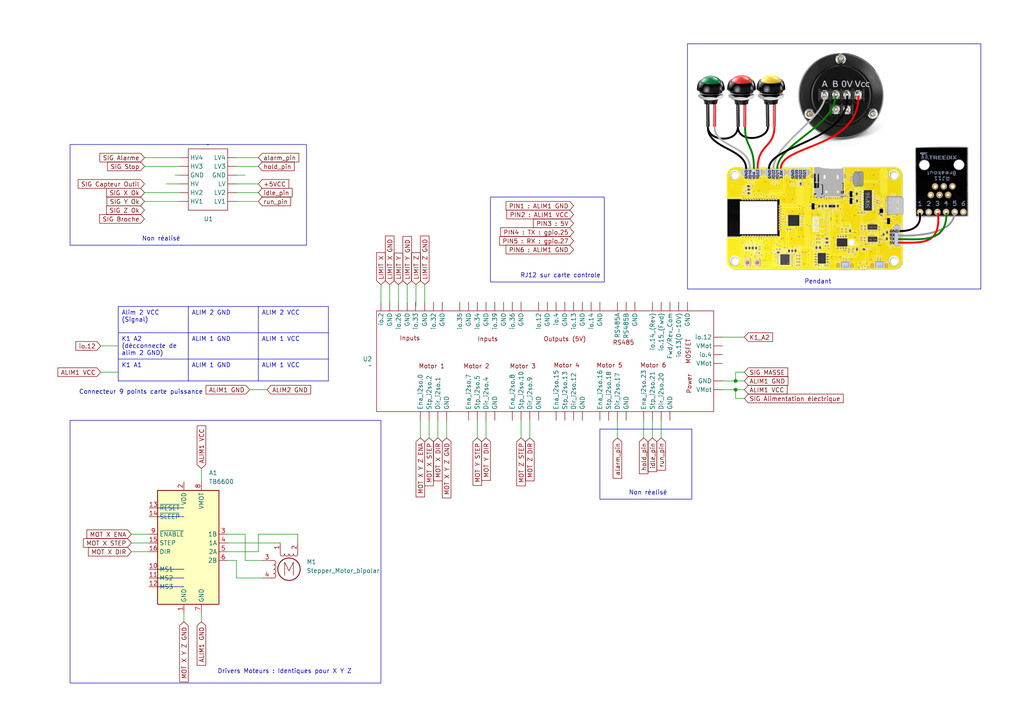
<source format=kicad_sch>
(kicad_sch (version 20250114) (generator "eeschema") (generator_version "9.0")
  (paper "A4")
  (lib_symbols
    (symbol "Driver_Motor:Pololu_Breakout_A4988"
      (property "Reference" "A" (at -2.54 19.05 0))
      (property "Value" "Pololu_Breakout_A4988" (at -2.54 16.51 0))
      (symbol "Pololu_Breakout_A4988_0_1"
        (rectangle (start 10.16 -17.78) (end -7.62 15.24) (stroke (width 0.254)) (fill (type background)))
      )
      (symbol "Pololu_Breakout_A4988_1_1"
        (pin input line (at -10.16 10.16 0) (length 2.54) (name "~{RESET}") (number "13"))
        (pin input line (at -10.16 7.62 0) (length 2.54) (name "~{SLEEP}") (number "14"))
        (pin input line (at -10.16 2.54 0) (length 2.54) (name "~{ENABLE}") (number "9"))
        (pin input line (at -10.16 0 0) (length 2.54) (name "STEP") (number "15"))
        (pin input line (at -10.16 -2.54 0) (length 2.54) (name "DIR") (number "16"))
        (pin input line (at -10.16 -7.62 0) (length 2.54) (name "MS1") (number "10"))
        (pin input line (at -10.16 -10.16 0) (length 2.54) (name "MS2") (number "11"))
        (pin input line (at -10.16 -12.7 0) (length 2.54) (name "MS3") (number "12"))
        (pin power_in line (at 0 17.78 270) (length 2.54) (name "VDD") (number "2"))
        (pin power_in line (at 0 -20.32 90) (length 2.54) (name "GND") (number "1"))
        (pin power_in line (at 5.08 17.78 270) (length 2.54) (name "VMOT") (number "8"))
        (pin power_in line (at 5.08 -20.32 90) (length 2.54) (name "GND") (number "7"))
        (pin output line (at 12.7 2.54 180) (length 2.54) (name "1B") (number "3"))
        (pin output line (at 12.7 0 180) (length 2.54) (name "1A") (number "4"))
        (pin output line (at 12.7 -2.54 180) (length 2.54) (name "2A") (number "5"))
        (pin output line (at 12.7 -5.08 180) (length 2.54) (name "2B") (number "6"))
      )
    )
    (symbol "Motor:Stepper_Motor_bipolar" (pin_names (offset 0) (hide yes))
      (property "Reference" "M" (at 3.81 2.54 0))
      (property "Value" "Stepper_Motor_bipolar" (at 3.81 1.27 0))
      (symbol "Stepper_Motor_bipolar_0_0"
        (polyline (pts (xy -1.27 -1.778) (xy -1.27 2.032) (xy 0 -0.508) (xy 1.27 2.032) (xy 1.27 -1.778)))
      )
      (symbol "Stepper_Motor_bipolar_0_1"
        (polyline (pts (xy -5.08 2.54) (xy -4.445 2.54)))
        (polyline (pts (xy -5.08 -2.54) (xy -4.445 -2.54)))
        (arc (start -4.445 2.54) (mid -3.8127 1.905) (end -4.445 1.27))
        (arc (start -4.445 1.27) (mid -3.8127 0.635) (end -4.445 0))
        (arc (start -4.445 0) (mid -3.8127 -0.635) (end -4.445 -1.27))
        (arc (start -4.445 -1.27) (mid -3.8127 -1.905) (end -4.445 -2.54))
        (polyline (pts (xy -2.54 5.08) (xy -2.54 4.445)))
        (arc (start -1.27 4.445) (mid -1.905 3.8127) (end -2.54 4.445))
        (arc (start 0 4.445) (mid -0.635 3.8127) (end -1.27 4.445))
        (circle (center 0 0) (radius 3.2512) (stroke (width 0.254)))
        (arc (start 1.27 4.445) (mid 0.635 3.8127) (end 0 4.445))
        (arc (start 2.54 4.445) (mid 1.905 3.8127) (end 1.27 4.445))
        (polyline (pts (xy 2.54 5.08) (xy 2.54 4.445)))
      )
      (symbol "Stepper_Motor_bipolar_1_1"
        (pin passive line (at -7.62 2.54 0) (length 2.54) (name "~") (number "3"))
        (pin passive line (at -7.62 -2.54 0) (length 2.54) (name "~") (number "4"))
        (pin passive line (at -2.54 7.62 270) (length 2.54) (name "~") (number "1"))
        (pin passive line (at 2.54 7.62 270) (length 2.54) (name "-") (number "2"))
      )
    )
    (symbol "alliaume:6x_CNC_Controller"
      (property "Reference" "U" (at 0 0 0))
      (symbol "6x_CNC_Controller_0_1"
        (rectangle (start -54.61 10.16) (end 43.18 -19.05))
      )
      (symbol "6x_CNC_Controller_1_1"
        (text "Inputs\n" (at -44.958 2.286 0) (effects (font (size 1.27 1.27))))
        (text "Motor 1" (at -38.608 -5.842 0) (effects (font (size 1.27 1.27))))
        (text "Motor 2" (at -25.654 -5.842 0) (effects (font (size 1.27 1.27))))
        (text "Inputs\n" (at -22.352 2.032 0) (effects (font (size 1.27 1.27))))
        (text "Motor 3" (at -12.192 -5.842 0) (effects (font (size 1.27 1.27))))
        (text "Outputs (5V)" (at 0 2.032 0) (effects (font (size 1.27 1.27))))
        (text "Motor 4" (at 0.508 -5.588 0) (effects (font (size 1.27 1.27))))
        (text "Motor 5" (at 12.954 -5.588 0) (effects (font (size 1.27 1.27))))
        (text "RS485" (at 17.018 1.016 0) (effects (font (size 1.27 1.27))))
        (text "Motor 6" (at 25.654 -5.588 0) (effects (font (size 1.27 1.27))))
        (text "MOSFET" (at 35.814 -1.524 900) (effects (font (size 1.27 1.27))))
        (text "Power" (at 36.068 -10.922 900) (effects (font (size 1.27 1.27))))
        (pin input line (at -53.34 12.7 270) (length 2.54) (name "io.2") (number ""))
        (pin input line (at -50.8 12.7 270) (length 2.54) (name "GND") (number ""))
        (pin input line (at -48.26 12.7 270) (length 2.54) (name "io.26") (number ""))
        (pin input line (at -45.72 12.7 270) (length 2.54) (name "GND") (number ""))
        (pin input line (at -43.3238 12.7157 270) (length 2.54) (name "io.33") (number ""))
        (pin input line (at -41.91 -21.59 90) (length 2.54) (name "Ena_i2so.0") (number ""))
        (pin input line (at -40.64 12.7 270) (length 2.54) (name "GND") (number ""))
        (pin input line (at -39.37 -21.59 90) (length 2.54) (name "Stp_i2so.2") (number ""))
        (pin input line (at -38.1 12.7 270) (length 2.54) (name "io.32") (number ""))
        (pin input line (at -36.83 -21.59 90) (length 2.54) (name "Dir_i2so.1") (number ""))
        (pin input line (at -35.56 12.7 270) (length 2.54) (name "GND") (number ""))
        (pin input line (at -34.29 -21.59 90) (length 2.54) (name "GND") (number ""))
        (pin input line (at -30.48 12.7 270) (length 2.54) (name "io.35") (number ""))
        (pin input line (at -27.94 12.7 270) (length 2.54) (name "GND") (number ""))
        (pin input line (at -27.94 -21.59 90) (length 2.54) (name "Ena_i2so.7") (number ""))
        (pin input line (at -25.4 12.7 270) (length 2.54) (name "io.34") (number ""))
        (pin input line (at -25.4 -21.59 90) (length 2.54) (name "Stp_i2so.5") (number ""))
        (pin input line (at -22.86 12.7 270) (length 2.54) (name "GND") (number ""))
        (pin input line (at -22.86 -21.59 90) (length 2.54) (name "Dir_i2so.4") (number ""))
        (pin input line (at -20.32 12.7 270) (length 2.54) (name "io.39") (number ""))
        (pin input line (at -20.32 -21.59 90) (length 2.54) (name "GND") (number ""))
        (pin input line (at -17.78 12.7 270) (length 2.54) (name "GND") (number ""))
        (pin input line (at -15.24 12.7 270) (length 2.54) (name "io.36") (number ""))
        (pin input line (at -15.24 -21.59 90) (length 2.54) (name "Ena_i2so.8") (number ""))
        (pin input line (at -12.7 12.7 270) (length 2.54) (name "GND") (number ""))
        (pin input line (at -12.7 -21.59 90) (length 2.54) (name "Stp_i2so.10") (number ""))
        (pin input line (at -10.16 -21.59 90) (length 2.54) (name "Dir_i2so.9") (number ""))
        (pin input line (at -7.62 12.7 270) (length 2.54) (name "io.12") (number ""))
        (pin input line (at -7.62 -21.59 90) (length 2.54) (name "GND") (number ""))
        (pin input line (at -5.08 12.7 270) (length 2.54) (name "GND") (number ""))
        (pin input line (at -2.54 12.7 270) (length 2.54) (name "io.4") (number ""))
        (pin input line (at -2.54 -21.59 90) (length 2.54) (name "Ena_i2so.15") (number ""))
        (pin input line (at 0 12.7 270) (length 2.54) (name "GND") (number ""))
        (pin input line (at 0 -21.59 90) (length 2.54) (name "Stp_i2so.13") (number ""))
        (pin input line (at 2.54 12.7 270) (length 2.54) (name "io.13") (number ""))
        (pin input line (at 2.54 -21.59 90) (length 2.54) (name "Dir_i2so.12") (number ""))
        (pin input line (at 5.08 12.7 270) (length 2.54) (name "GND") (number ""))
        (pin input line (at 5.08 -21.59 90) (length 2.54) (name "GND") (number ""))
        (pin input line (at 7.62 12.7 270) (length 2.54) (name "io.14") (number ""))
        (pin input line (at 10.16 12.7 270) (length 2.54) (name "GND") (number ""))
        (pin input line (at 10.16 -21.59 90) (length 2.54) (name "Ena_i2so.16") (number ""))
        (pin input line (at 12.7 -21.59 90) (length 2.54) (name "Stp_i2so.18") (number ""))
        (pin input line (at 15.24 12.7 270) (length 2.54) (name "RS485A") (number ""))
        (pin input line (at 15.24 -21.59 90) (length 2.54) (name "Dir_i2so.17") (number ""))
        (pin input line (at 17.78 12.7 270) (length 2.54) (name "RS485B") (number ""))
        (pin input line (at 17.78 -21.59 90) (length 2.54) (name "GND") (number ""))
        (pin input line (at 20.32 12.7 270) (length 2.54) (name "GND") (number ""))
        (pin input line (at 22.86 -21.59 90) (length 2.54) (name "Ena_i2so.23") (number ""))
        (pin input line (at 25.4 12.7 270) (length 2.54) (name "io.14_(Rev)") (number ""))
        (pin input line (at 25.4 -21.59 90) (length 2.54) (name "Stp_i2so.21") (number ""))
        (pin input line (at 27.94 12.7 270) (length 2.54) (name "io.15_(Fwd)") (number ""))
        (pin input line (at 27.94 -21.59 90) (length 2.54) (name "Dir_i2so.20") (number ""))
        (pin input line (at 30.48 12.7 270) (length 2.54) (name "Fwd/Rev_Com") (number ""))
        (pin input line (at 30.48 -21.59 90) (length 2.54) (name "GND") (number ""))
        (pin input line (at 33.02 12.7 270) (length 2.54) (name "io.13(0-10V)") (number ""))
        (pin input line (at 35.56 12.7 270) (length 2.54) (name "GND") (number ""))
        (pin input line (at 45.72 2.54 180) (length 2.54) (name "io.12") (number ""))
        (pin input line (at 45.72 0 180) (length 2.54) (name "VMot") (number ""))
        (pin input line (at 45.72 -2.54 180) (length 2.54) (name "io.4") (number ""))
        (pin input line (at 45.72 -5.08 180) (length 2.54) (name "VMot") (number ""))
        (pin input line (at 45.72 -10.16 180) (length 2.54) (name "GND") (number ""))
        (pin input line (at 45.72 -12.7 180) (length 2.54) (name "VMot") (number ""))
      )
    )
    (symbol "alliaume:SparkFun_Logic_Level_Converter"
      (property "Reference" "U" (at 0 0 0))
      (symbol "SparkFun_Logic_Level_Converter_1_1"
        (rectangle (start -5.08 8.89) (end 6.35 -8.89))
        (pin input line (at -7.62 6.35 0) (length 2.54) (name "HV4") (number ""))
        (pin input line (at -7.62 3.81 0) (length 2.54) (name "HV3") (number ""))
        (pin input line (at -7.62 1.27 0) (length 2.54) (name "GND") (number ""))
        (pin input line (at -7.62 -1.27 0) (length 2.54) (name "HV") (number ""))
        (pin input line (at -7.62 -3.81 0) (length 2.54) (name "HV2") (number ""))
        (pin input line (at -7.62 -6.35 0) (length 2.54) (name "HV1") (number ""))
        (pin input line (at 8.89 6.35 180) (length 2.54) (name "LV4") (number ""))
        (pin input line (at 8.89 3.81 180) (length 2.54) (name "LV3") (number ""))
        (pin input line (at 8.89 1.27 180) (length 2.54) (name "GND") (number ""))
        (pin input line (at 8.89 -1.27 180) (length 2.54) (name "LV") (number ""))
        (pin input line (at 8.89 -3.81 180) (length 2.54) (name "LV2") (number ""))
        (pin input line (at 8.89 -6.35 180) (length 2.54) (name "LV1") (number ""))
      )
    )
  )
  (rectangle (start 20.32 121.92) (end 110.49 198.12))
  (rectangle (start 20.32 41.91) (end 88.9 71.12))
  (rectangle (start 199.39 12.7) (end 284.48 83.82))
  (rectangle (start 142.24 57.15) (end 175.26 81.788))
  (rectangle (start 173.99 124.46) (end 200.66 144.78))
  (text "Connecteur 9 points carte puissance" (at 40.894 113.792 0) (effects (font (size 1.27 1.27))))
  (text "Drivers Moteurs : Identiques pour X Y Z" (at 82.55 194.818 0) (effects (font (size 1.27 1.27))))
  (text "Non réalisé" (at 46.736 69.342 0) (effects (font (size 1.27 1.27))))
  (text "Pendant" (at 237.236 81.788 0) (effects (font (size 1.27 1.27))))
  (text "Non réalisé" (at 187.96 143.002 0) (effects (font (size 1.27 1.27))))
  (text "RJ12 sur carte controle" (at 162.56 80.01 0) (effects (font (size 1.27 1.27))))
  (junction (at 213.36 113.03))
  (junction (at 213.36 110.49))
  (wire (pts (xy 215.9 107.95) (xy 213.36 107.95)))
  (wire (pts (xy 191.77 121.92) (xy 191.77 127)))
  (wire (pts (xy 179.07 121.92) (xy 179.07 127)))
  (wire (pts (xy 86.36 154.94) (xy 86.36 157.48)))
  (wire (pts (xy 213.36 110.49) (xy 215.9 110.49)))
  (wire (pts (xy 120.65 82.55) (xy 120.65 88.9)))
  (wire (pts (xy 209.55 113.03) (xy 213.36 113.03)))
  (wire (pts (xy 41.91 48.26) (xy 52.07 48.26)))
  (wire (pts (xy 38.1 160.02) (xy 43.18 160.02)))
  (wire (pts (xy 121.92 121.92) (xy 121.92 127)))
  (wire (pts (xy 213.36 113.03) (xy 215.9 113.03)))
  (polyline (pts (xy 45.72 167.64) (xy 53.34 167.64)))
  (wire (pts (xy 123.19 82.55) (xy 123.19 87.63)))
  (wire (pts (xy 68.58 58.42) (xy 74.93 58.42)))
  (wire (pts (xy 138.43 121.92) (xy 138.43 127)))
  (wire (pts (xy 29.21 100.33) (xy 34.29 100.33)))
  (wire (pts (xy 58.42 135.89) (xy 58.42 139.7)))
  (wire (pts (xy 213.36 107.95) (xy 213.36 110.49)))
  (wire (pts (xy 115.57 82.55) (xy 115.57 87.63)))
  (wire (pts (xy 38.1 157.48) (xy 43.18 157.48)))
  (wire (pts (xy 209.55 97.79) (xy 215.9 97.79)))
  (polyline (pts (xy 45.72 149.86) (xy 53.34 149.86)))
  (wire (pts (xy 113.03 82.55) (xy 113.03 87.63)))
  (wire (pts (xy 66.04 157.48) (xy 81.28 157.48)))
  (wire (pts (xy 29.21 107.95) (xy 34.29 107.95)))
  (wire (pts (xy 41.91 45.72) (xy 52.07 45.72)))
  (wire (pts (xy 189.23 121.92) (xy 189.23 127)))
  (wire (pts (xy 68.58 48.26) (xy 74.93 48.26)))
  (wire (pts (xy 209.55 110.49) (xy 213.36 110.49)))
  (wire (pts (xy 53.34 177.8) (xy 53.34 180.34)))
  (wire (pts (xy 68.58 162.56) (xy 68.58 167.64)))
  (wire (pts (xy 76.2 162.56) (xy 71.12 162.56)))
  (wire (pts (xy 186.69 121.92) (xy 186.69 127)))
  (polyline (pts (xy 45.72 170.18) (xy 53.34 170.18)))
  (wire (pts (xy 71.12 154.94) (xy 66.04 154.94)))
  (wire (pts (xy 41.91 55.88) (xy 52.07 55.88)))
  (wire (pts (xy 127 121.92) (xy 127 127)))
  (wire (pts (xy 118.11 82.55) (xy 118.11 87.63)))
  (wire (pts (xy 58.42 177.8) (xy 58.42 180.34)))
  (wire (pts (xy 66.04 160.02) (xy 74.93 160.02)))
  (wire (pts (xy 52.07 50.8) (xy 50.8 50.8)))
  (wire (pts (xy 153.67 121.92) (xy 153.67 127)))
  (wire (pts (xy 68.58 55.88) (xy 74.93 55.88)))
  (wire (pts (xy 151.13 121.92) (xy 151.13 127)))
  (wire (pts (xy 74.93 154.94) (xy 86.36 154.94)))
  (wire (pts (xy 66.04 162.56) (xy 68.58 162.56)))
  (wire (pts (xy 110.49 82.55) (xy 110.49 87.63)))
  (wire (pts (xy 74.93 160.02) (xy 74.93 154.94)))
  (wire (pts (xy 41.91 58.42) (xy 52.07 58.42)))
  (polyline (pts (xy 45.72 165.1) (xy 53.34 165.1)))
  (wire (pts (xy 213.36 115.57) (xy 213.36 113.03)))
  (wire (pts (xy 124.46 121.92) (xy 124.46 127)))
  (wire (pts (xy 68.58 45.72) (xy 74.93 45.72)))
  (wire (pts (xy 52.07 53.34) (xy 48.26 53.34)))
  (wire (pts (xy 71.12 162.56) (xy 71.12 154.94)))
  (wire (pts (xy 68.58 53.34) (xy 74.93 53.34)))
  (wire (pts (xy 140.97 121.92) (xy 140.97 127)))
  (wire (pts (xy 215.9 115.57) (xy 213.36 115.57)))
  (polyline (pts (xy 45.72 147.32) (xy 53.34 147.32)))
  (wire (pts (xy 38.1 154.94) (xy 43.18 154.94)))
  (wire (pts (xy 68.58 50.8) (xy 71.12 50.8)))
  (wire (pts (xy 72.39 113.03) (xy 77.47 113.03)))
  (wire (pts (xy 129.54 121.92) (xy 129.54 127)))
  (wire (pts (xy 68.58 167.64) (xy 76.2 167.64)))
  (image (at 241.3 46.99) (scale 0.267438))
  (table (column_count 3) (border (external yes) (header yes)) (separators (rows yes) (cols yes)) (column_widths 20.32 20.32 20.32) (row_heights 7.62 7.62 6.35) (cells (table_cell "Alim 2 VCC (Signal)" (at 34.29 88.9 0) (size 20.32 7.62) (margins 0.9525 0.9525 0.9525 0.9525) (span 1 1)) (table_cell "ALIM 2 GND" (at 54.61 88.9 0) (size 20.32 7.62) (margins 0.9525 0.9525 0.9525 0.9525) (span 1 1)) (table_cell "ALIM 2 VCC" (at 74.93 88.9 0) (size 20.32 7.62) (margins 0.9525 0.9525 0.9525 0.9525) (span 1 1)) (table_cell "K1 A2 (décconnecte de alim 2 GND)" (at 34.29 96.52 0) (size 20.32 7.62) (margins 0.9525 0.9525 0.9525 0.9525) (span 1 1)) (table_cell "ALIM 1 GND" (at 54.61 96.52 0) (size 20.32 7.62) (margins 0.9525 0.9525 0.9525 0.9525) (span 1 1)) (table_cell "ALIM 1 VCC" (at 74.93 96.52 0) (size 20.32 7.62) (margins 0.9525 0.9525 0.9525 0.9525) (span 1 1)) (table_cell "K1 A1" (at 34.29 104.14 0) (size 20.32 6.35) (margins 0.9525 0.9525 0.9525 0.9525) (span 1 1)) (table_cell "ALIM 1 GND" (at 54.61 104.14 0) (size 20.32 6.35) (margins 0.9525 0.9525 0.9525 0.9525) (span 1 1)) (table_cell "ALIM 1 VCC" (at 74.93 104.14 0) (size 20.32 6.35) (margins 0.9525 0.9525 0.9525 0.9525) (span 1 1))))
  (global_label "LIMIT Y" (shape input) (at 115.57 82.55 90) (property "Intersheetrefs" "${INTERSHEET_REFS}" (effects (hide yes))))
  (global_label "io.12" (shape input) (at 29.21 100.33 180) (property "Intersheetrefs" "${INTERSHEET_REFS}" (effects (hide yes))))
  (global_label "LIMIT Z" (shape input) (at 120.65 82.55 90) (property "Intersheetrefs" "${INTERSHEET_REFS}" (effects (hide yes))))
  (global_label "SIG X Ok" (shape input) (at 41.91 55.88 180) (property "Intersheetrefs" "${INTERSHEET_REFS}" (effects (hide yes))))
  (global_label "MOT Z STEP" (shape input) (at 151.13 127 270) (property "Intersheetrefs" "${INTERSHEET_REFS}" (effects (hide yes))))
  (global_label "LIMIT X" (shape input) (at 110.49 82.55 90) (property "Intersheetrefs" "${INTERSHEET_REFS}" (effects (hide yes))))
  (global_label "PIN5 : RX : gpio.27" (shape input) (at 166.37 69.85 180) (property "Intersheetrefs" "${INTERSHEET_REFS}" (effects (hide yes))))
  (global_label "SIG Z Ok" (shape input) (at 41.91 60.96 180) (property "Intersheetrefs" "${INTERSHEET_REFS}" (effects (hide yes))))
  (global_label "PIN3 : 5V" (shape input) (at 166.37 64.77 180) (property "Intersheetrefs" "${INTERSHEET_REFS}" (effects (hide yes))))
  (global_label "MOT Y STEP" (shape input) (at 138.43 127 270) (property "Intersheetrefs" "${INTERSHEET_REFS}" (effects (hide yes))))
  (global_label "SIG Stop" (shape input) (at 41.91 48.26 180) (property "Intersheetrefs" "${INTERSHEET_REFS}" (effects (hide yes))))
  (global_label "alarm_pin" (shape input) (at 179.07 127 270) (property "Intersheetrefs" "${INTERSHEET_REFS}" (effects (hide yes))))
  (global_label "SIG Alimentation électrique" (shape input) (at 215.9 115.57 0) (property "Intersheetrefs" "${INTERSHEET_REFS}" (effects (hide yes))))
  (global_label "PIN4 : TX : gpio.25" (shape input) (at 166.37 67.31 180) (property "Intersheetrefs" "${INTERSHEET_REFS}" (effects (hide yes))))
  (global_label "MOT X Y Z ENA" (shape input) (at 121.92 127 270) (property "Intersheetrefs" "${INTERSHEET_REFS}" (effects (hide yes))))
  (global_label "MOT X ENA" (shape input) (at 38.1 154.94 180) (property "Intersheetrefs" "${INTERSHEET_REFS}" (effects (hide yes))))
  (global_label "ALIM1 GND" (shape input) (at 215.9 110.49 0) (property "Intersheetrefs" "${INTERSHEET_REFS}" (effects (hide yes))))
  (global_label "hold_pin" (shape input) (at 74.93 48.26 0) (property "Intersheetrefs" "${INTERSHEET_REFS}" (effects (hide yes))))
  (global_label "ALIM1 VCC" (shape input) (at 58.42 135.89 90) (property "Intersheetrefs" "${INTERSHEET_REFS}" (effects (hide yes))))
  (global_label "idle_pin" (shape input) (at 74.93 55.88 0) (property "Intersheetrefs" "${INTERSHEET_REFS}" (effects (hide yes))))
  (global_label "run_pin" (shape input) (at 74.93 58.42 0) (property "Intersheetrefs" "${INTERSHEET_REFS}" (effects (hide yes))))
  (global_label "K1_A2" (shape input) (at 215.9 97.79 0) (property "Intersheetrefs" "${INTERSHEET_REFS}" (effects (hide yes))))
  (global_label "SIG Broche" (shape input) (at 41.91 63.5 180) (property "Intersheetrefs" "${INTERSHEET_REFS}" (effects (hide yes))))
  (global_label "ALIM1 GND" (shape input) (at 72.39 113.03 180) (property "Intersheetrefs" "${INTERSHEET_REFS}" (effects (hide yes))))
  (global_label "+5VCC" (shape input) (at 74.93 53.34 0) (property "Intersheetrefs" "${INTERSHEET_REFS}" (effects (hide yes))))
  (global_label "MOT X STEP" (shape input) (at 38.1 157.48 180) (property "Intersheetrefs" "${INTERSHEET_REFS}" (effects (hide yes))))
  (global_label "SIG MASSE" (shape input) (at 215.9 107.95 0) (property "Intersheetrefs" "${INTERSHEET_REFS}" (effects (hide yes))))
  (global_label "MOT Y DIR" (shape input) (at 140.97 127 270) (property "Intersheetrefs" "${INTERSHEET_REFS}" (effects (hide yes))))
  (global_label "LIMIT X GND" (shape input) (at 113.03 82.55 90) (property "Intersheetrefs" "${INTERSHEET_REFS}" (effects (hide yes))))
  (global_label "PIN1 : ALIM1 GND" (shape input) (at 166.37 59.69 180) (property "Intersheetrefs" "${INTERSHEET_REFS}" (effects (hide yes))))
  (global_label "SIG Capteur Outil" (shape input) (at 41.91 53.34 180) (property "Intersheetrefs" "${INTERSHEET_REFS}" (effects (hide yes))))
  (global_label "MOT X DIR" (shape input) (at 127 127 270) (property "Intersheetrefs" "${INTERSHEET_REFS}" (effects (hide yes))))
  (global_label "alarm_pin" (shape input) (at 74.93 45.72 0) (property "Intersheetrefs" "${INTERSHEET_REFS}" (effects (hide yes))))
  (global_label "MOT Z DIR" (shape input) (at 153.67 127 270) (property "Intersheetrefs" "${INTERSHEET_REFS}" (effects (hide yes))))
  (global_label "run_pin" (shape input) (at 191.77 127 270) (property "Intersheetrefs" "${INTERSHEET_REFS}" (effects (hide yes))))
  (global_label "LIMIT Y GND" (shape input) (at 118.11 82.55 90) (property "Intersheetrefs" "${INTERSHEET_REFS}" (effects (hide yes))))
  (global_label "SIG Y Ok" (shape input) (at 41.91 58.42 180) (property "Intersheetrefs" "${INTERSHEET_REFS}" (effects (hide yes))))
  (global_label "hold_pin" (shape input) (at 186.69 127 270) (property "Intersheetrefs" "${INTERSHEET_REFS}" (effects (hide yes))))
  (global_label "PIN2 : ALIM1 VCC" (shape input) (at 166.37 62.23 180) (property "Intersheetrefs" "${INTERSHEET_REFS}" (effects (hide yes))))
  (global_label "MOT X DIR" (shape input) (at 38.1 160.02 180) (property "Intersheetrefs" "${INTERSHEET_REFS}" (effects (hide yes))))
  (global_label "MOT X Y Z GND" (shape input) (at 53.34 180.34 270) (property "Intersheetrefs" "${INTERSHEET_REFS}" (effects (hide yes))))
  (global_label "SIG Alarme" (shape input) (at 41.91 45.72 180) (property "Intersheetrefs" "${INTERSHEET_REFS}" (effects (hide yes))))
  (global_label "ALIM2 GND" (shape input) (at 77.47 113.03 0) (property "Intersheetrefs" "${INTERSHEET_REFS}" (effects (hide yes))))
  (global_label "ALIM1 VCC" (shape input) (at 29.21 107.95 180) (property "Intersheetrefs" "${INTERSHEET_REFS}" (effects (hide yes))))
  (global_label "LIMIT Z GND" (shape input) (at 123.19 82.55 90) (property "Intersheetrefs" "${INTERSHEET_REFS}" (effects (hide yes))))
  (global_label "PIN6 : ALIM1 GND" (shape input) (at 166.37 72.39 180) (property "Intersheetrefs" "${INTERSHEET_REFS}" (effects (hide yes))))
  (global_label "MOT X Y Z GND" (shape input) (at 129.54 127 270) (property "Intersheetrefs" "${INTERSHEET_REFS}" (effects (hide yes))))
  (global_label "idle_pin" (shape input) (at 189.23 127 270) (property "Intersheetrefs" "${INTERSHEET_REFS}" (effects (hide yes))))
  (global_label "ALIM1 VCC" (shape input) (at 215.9 113.03 0) (property "Intersheetrefs" "${INTERSHEET_REFS}" (effects (hide yes))))
  (global_label "MOT X STEP" (shape input) (at 124.46 127 270) (property "Intersheetrefs" "${INTERSHEET_REFS}" (effects (hide yes))))
  (global_label "ALIM1 GND" (shape input) (at 58.42 180.34 270) (property "Intersheetrefs" "${INTERSHEET_REFS}" (effects (hide yes))))
  (symbol (lib_id "alliaume:SparkFun_Logic_Level_Converter") (at 59.69 52.07 0) (unit 1)
    (property "Reference" "U1" (at 60.452 63.5 0))
    (property "Value" "~" (at 60.325 41.91 0))
  )
  (symbol (lib_id "Driver_Motor:Pololu_Breakout_A4988") (at 53.34 157.48 0) (unit 1)
    (property "Reference" "A1" (at 60.5633 137.16 0) (effects (justify left)))
    (property "Value" "TB6600" (at 60.5633 139.7 0) (effects (justify left)))
    (property "Footprint" "Module:Pololu_Breakout-16_15.2x20.3mm" (effects (hide yes)))
    (property "Datasheet" "https://www.pololu.com/product/2980/pictures" (effects (hide yes)))
    (property "Description" "Pololu Breakout Board, Stepper Driver A4988" (effects (hide yes)))
  )
  (symbol (lib_id "alliaume:6x_CNC_Controller") (at 163.83 100.33 0) (unit 1)
    (property "Reference" "U2" (at 107.95 104.132 0) (effects (justify right)))
    (property "Value" "~" (at 107.95 106.0371 0) (effects (justify right)))
  )
  (symbol (lib_id "Motor:Stepper_Motor_bipolar") (at 83.82 165.1 0) (unit 1)
    (property "Reference" "M1" (at 88.9 162.979 0) (effects (justify left)))
    (property "Value" "Stepper_Motor_bipolar" (at 88.9 165.519 0) (effects (justify left)))
    (property "Datasheet" "http://www.infineon.com/dgdl/Application-Note-TLE8110EE_driving_UniPolarStepperMotor_V1.1.pdf?fileId=db3a30431be39b97011be5d0aa0a00b0" (effects (hide yes)))
    (property "Description" "4-wire bipolar stepper motor" (effects (hide yes)))
  )
)
</source>
